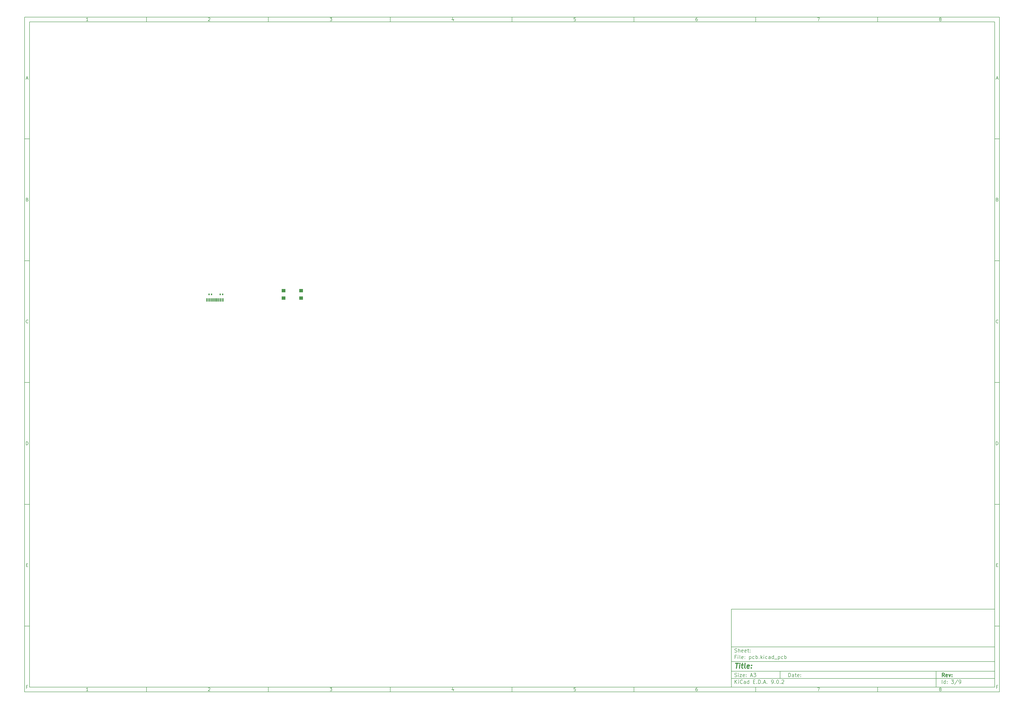
<source format=gbr>
%TF.GenerationSoftware,KiCad,Pcbnew,9.0.2*%
%TF.CreationDate,2025-06-22T01:03:44-04:00*%
%TF.ProjectId,pcb,7063622e-6b69-4636-9164-5f7063625858,rev?*%
%TF.SameCoordinates,Original*%
%TF.FileFunction,Paste,Top*%
%TF.FilePolarity,Positive*%
%FSLAX46Y46*%
G04 Gerber Fmt 4.6, Leading zero omitted, Abs format (unit mm)*
G04 Created by KiCad (PCBNEW 9.0.2) date 2025-06-22 01:03:44*
%MOMM*%
%LPD*%
G01*
G04 APERTURE LIST*
G04 Aperture macros list*
%AMRoundRect*
0 Rectangle with rounded corners*
0 $1 Rounding radius*
0 $2 $3 $4 $5 $6 $7 $8 $9 X,Y pos of 4 corners*
0 Add a 4 corners polygon primitive as box body*
4,1,4,$2,$3,$4,$5,$6,$7,$8,$9,$2,$3,0*
0 Add four circle primitives for the rounded corners*
1,1,$1+$1,$2,$3*
1,1,$1+$1,$4,$5*
1,1,$1+$1,$6,$7*
1,1,$1+$1,$8,$9*
0 Add four rect primitives between the rounded corners*
20,1,$1+$1,$2,$3,$4,$5,0*
20,1,$1+$1,$4,$5,$6,$7,0*
20,1,$1+$1,$6,$7,$8,$9,0*
20,1,$1+$1,$8,$9,$2,$3,0*%
G04 Aperture macros list end*
%ADD10C,0.100000*%
%ADD11C,0.150000*%
%ADD12C,0.300000*%
%ADD13C,0.400000*%
%ADD14R,1.600000X1.400000*%
%ADD15RoundRect,0.135000X-0.135000X-0.185000X0.135000X-0.185000X0.135000X0.185000X-0.135000X0.185000X0*%
%ADD16RoundRect,0.135000X0.135000X0.185000X-0.135000X0.185000X-0.135000X-0.185000X0.135000X-0.185000X0*%
%ADD17R,0.600000X1.450000*%
%ADD18R,0.300000X1.450000*%
G04 APERTURE END LIST*
D10*
D11*
X299989000Y-253002200D02*
X407989000Y-253002200D01*
X407989000Y-285002200D01*
X299989000Y-285002200D01*
X299989000Y-253002200D01*
D10*
D11*
X10000000Y-10000000D02*
X409989000Y-10000000D01*
X409989000Y-287002200D01*
X10000000Y-287002200D01*
X10000000Y-10000000D01*
D10*
D11*
X12000000Y-12000000D02*
X407989000Y-12000000D01*
X407989000Y-285002200D01*
X12000000Y-285002200D01*
X12000000Y-12000000D01*
D10*
D11*
X60000000Y-12000000D02*
X60000000Y-10000000D01*
D10*
D11*
X110000000Y-12000000D02*
X110000000Y-10000000D01*
D10*
D11*
X160000000Y-12000000D02*
X160000000Y-10000000D01*
D10*
D11*
X210000000Y-12000000D02*
X210000000Y-10000000D01*
D10*
D11*
X260000000Y-12000000D02*
X260000000Y-10000000D01*
D10*
D11*
X310000000Y-12000000D02*
X310000000Y-10000000D01*
D10*
D11*
X360000000Y-12000000D02*
X360000000Y-10000000D01*
D10*
D11*
X36089160Y-11593604D02*
X35346303Y-11593604D01*
X35717731Y-11593604D02*
X35717731Y-10293604D01*
X35717731Y-10293604D02*
X35593922Y-10479319D01*
X35593922Y-10479319D02*
X35470112Y-10603128D01*
X35470112Y-10603128D02*
X35346303Y-10665033D01*
D10*
D11*
X85346303Y-10417414D02*
X85408207Y-10355509D01*
X85408207Y-10355509D02*
X85532017Y-10293604D01*
X85532017Y-10293604D02*
X85841541Y-10293604D01*
X85841541Y-10293604D02*
X85965350Y-10355509D01*
X85965350Y-10355509D02*
X86027255Y-10417414D01*
X86027255Y-10417414D02*
X86089160Y-10541223D01*
X86089160Y-10541223D02*
X86089160Y-10665033D01*
X86089160Y-10665033D02*
X86027255Y-10850747D01*
X86027255Y-10850747D02*
X85284398Y-11593604D01*
X85284398Y-11593604D02*
X86089160Y-11593604D01*
D10*
D11*
X135284398Y-10293604D02*
X136089160Y-10293604D01*
X136089160Y-10293604D02*
X135655826Y-10788842D01*
X135655826Y-10788842D02*
X135841541Y-10788842D01*
X135841541Y-10788842D02*
X135965350Y-10850747D01*
X135965350Y-10850747D02*
X136027255Y-10912652D01*
X136027255Y-10912652D02*
X136089160Y-11036461D01*
X136089160Y-11036461D02*
X136089160Y-11345985D01*
X136089160Y-11345985D02*
X136027255Y-11469795D01*
X136027255Y-11469795D02*
X135965350Y-11531700D01*
X135965350Y-11531700D02*
X135841541Y-11593604D01*
X135841541Y-11593604D02*
X135470112Y-11593604D01*
X135470112Y-11593604D02*
X135346303Y-11531700D01*
X135346303Y-11531700D02*
X135284398Y-11469795D01*
D10*
D11*
X185965350Y-10726938D02*
X185965350Y-11593604D01*
X185655826Y-10231700D02*
X185346303Y-11160271D01*
X185346303Y-11160271D02*
X186151064Y-11160271D01*
D10*
D11*
X236027255Y-10293604D02*
X235408207Y-10293604D01*
X235408207Y-10293604D02*
X235346303Y-10912652D01*
X235346303Y-10912652D02*
X235408207Y-10850747D01*
X235408207Y-10850747D02*
X235532017Y-10788842D01*
X235532017Y-10788842D02*
X235841541Y-10788842D01*
X235841541Y-10788842D02*
X235965350Y-10850747D01*
X235965350Y-10850747D02*
X236027255Y-10912652D01*
X236027255Y-10912652D02*
X236089160Y-11036461D01*
X236089160Y-11036461D02*
X236089160Y-11345985D01*
X236089160Y-11345985D02*
X236027255Y-11469795D01*
X236027255Y-11469795D02*
X235965350Y-11531700D01*
X235965350Y-11531700D02*
X235841541Y-11593604D01*
X235841541Y-11593604D02*
X235532017Y-11593604D01*
X235532017Y-11593604D02*
X235408207Y-11531700D01*
X235408207Y-11531700D02*
X235346303Y-11469795D01*
D10*
D11*
X285965350Y-10293604D02*
X285717731Y-10293604D01*
X285717731Y-10293604D02*
X285593922Y-10355509D01*
X285593922Y-10355509D02*
X285532017Y-10417414D01*
X285532017Y-10417414D02*
X285408207Y-10603128D01*
X285408207Y-10603128D02*
X285346303Y-10850747D01*
X285346303Y-10850747D02*
X285346303Y-11345985D01*
X285346303Y-11345985D02*
X285408207Y-11469795D01*
X285408207Y-11469795D02*
X285470112Y-11531700D01*
X285470112Y-11531700D02*
X285593922Y-11593604D01*
X285593922Y-11593604D02*
X285841541Y-11593604D01*
X285841541Y-11593604D02*
X285965350Y-11531700D01*
X285965350Y-11531700D02*
X286027255Y-11469795D01*
X286027255Y-11469795D02*
X286089160Y-11345985D01*
X286089160Y-11345985D02*
X286089160Y-11036461D01*
X286089160Y-11036461D02*
X286027255Y-10912652D01*
X286027255Y-10912652D02*
X285965350Y-10850747D01*
X285965350Y-10850747D02*
X285841541Y-10788842D01*
X285841541Y-10788842D02*
X285593922Y-10788842D01*
X285593922Y-10788842D02*
X285470112Y-10850747D01*
X285470112Y-10850747D02*
X285408207Y-10912652D01*
X285408207Y-10912652D02*
X285346303Y-11036461D01*
D10*
D11*
X335284398Y-10293604D02*
X336151064Y-10293604D01*
X336151064Y-10293604D02*
X335593922Y-11593604D01*
D10*
D11*
X385593922Y-10850747D02*
X385470112Y-10788842D01*
X385470112Y-10788842D02*
X385408207Y-10726938D01*
X385408207Y-10726938D02*
X385346303Y-10603128D01*
X385346303Y-10603128D02*
X385346303Y-10541223D01*
X385346303Y-10541223D02*
X385408207Y-10417414D01*
X385408207Y-10417414D02*
X385470112Y-10355509D01*
X385470112Y-10355509D02*
X385593922Y-10293604D01*
X385593922Y-10293604D02*
X385841541Y-10293604D01*
X385841541Y-10293604D02*
X385965350Y-10355509D01*
X385965350Y-10355509D02*
X386027255Y-10417414D01*
X386027255Y-10417414D02*
X386089160Y-10541223D01*
X386089160Y-10541223D02*
X386089160Y-10603128D01*
X386089160Y-10603128D02*
X386027255Y-10726938D01*
X386027255Y-10726938D02*
X385965350Y-10788842D01*
X385965350Y-10788842D02*
X385841541Y-10850747D01*
X385841541Y-10850747D02*
X385593922Y-10850747D01*
X385593922Y-10850747D02*
X385470112Y-10912652D01*
X385470112Y-10912652D02*
X385408207Y-10974557D01*
X385408207Y-10974557D02*
X385346303Y-11098366D01*
X385346303Y-11098366D02*
X385346303Y-11345985D01*
X385346303Y-11345985D02*
X385408207Y-11469795D01*
X385408207Y-11469795D02*
X385470112Y-11531700D01*
X385470112Y-11531700D02*
X385593922Y-11593604D01*
X385593922Y-11593604D02*
X385841541Y-11593604D01*
X385841541Y-11593604D02*
X385965350Y-11531700D01*
X385965350Y-11531700D02*
X386027255Y-11469795D01*
X386027255Y-11469795D02*
X386089160Y-11345985D01*
X386089160Y-11345985D02*
X386089160Y-11098366D01*
X386089160Y-11098366D02*
X386027255Y-10974557D01*
X386027255Y-10974557D02*
X385965350Y-10912652D01*
X385965350Y-10912652D02*
X385841541Y-10850747D01*
D10*
D11*
X60000000Y-285002200D02*
X60000000Y-287002200D01*
D10*
D11*
X110000000Y-285002200D02*
X110000000Y-287002200D01*
D10*
D11*
X160000000Y-285002200D02*
X160000000Y-287002200D01*
D10*
D11*
X210000000Y-285002200D02*
X210000000Y-287002200D01*
D10*
D11*
X260000000Y-285002200D02*
X260000000Y-287002200D01*
D10*
D11*
X310000000Y-285002200D02*
X310000000Y-287002200D01*
D10*
D11*
X360000000Y-285002200D02*
X360000000Y-287002200D01*
D10*
D11*
X36089160Y-286595804D02*
X35346303Y-286595804D01*
X35717731Y-286595804D02*
X35717731Y-285295804D01*
X35717731Y-285295804D02*
X35593922Y-285481519D01*
X35593922Y-285481519D02*
X35470112Y-285605328D01*
X35470112Y-285605328D02*
X35346303Y-285667233D01*
D10*
D11*
X85346303Y-285419614D02*
X85408207Y-285357709D01*
X85408207Y-285357709D02*
X85532017Y-285295804D01*
X85532017Y-285295804D02*
X85841541Y-285295804D01*
X85841541Y-285295804D02*
X85965350Y-285357709D01*
X85965350Y-285357709D02*
X86027255Y-285419614D01*
X86027255Y-285419614D02*
X86089160Y-285543423D01*
X86089160Y-285543423D02*
X86089160Y-285667233D01*
X86089160Y-285667233D02*
X86027255Y-285852947D01*
X86027255Y-285852947D02*
X85284398Y-286595804D01*
X85284398Y-286595804D02*
X86089160Y-286595804D01*
D10*
D11*
X135284398Y-285295804D02*
X136089160Y-285295804D01*
X136089160Y-285295804D02*
X135655826Y-285791042D01*
X135655826Y-285791042D02*
X135841541Y-285791042D01*
X135841541Y-285791042D02*
X135965350Y-285852947D01*
X135965350Y-285852947D02*
X136027255Y-285914852D01*
X136027255Y-285914852D02*
X136089160Y-286038661D01*
X136089160Y-286038661D02*
X136089160Y-286348185D01*
X136089160Y-286348185D02*
X136027255Y-286471995D01*
X136027255Y-286471995D02*
X135965350Y-286533900D01*
X135965350Y-286533900D02*
X135841541Y-286595804D01*
X135841541Y-286595804D02*
X135470112Y-286595804D01*
X135470112Y-286595804D02*
X135346303Y-286533900D01*
X135346303Y-286533900D02*
X135284398Y-286471995D01*
D10*
D11*
X185965350Y-285729138D02*
X185965350Y-286595804D01*
X185655826Y-285233900D02*
X185346303Y-286162471D01*
X185346303Y-286162471D02*
X186151064Y-286162471D01*
D10*
D11*
X236027255Y-285295804D02*
X235408207Y-285295804D01*
X235408207Y-285295804D02*
X235346303Y-285914852D01*
X235346303Y-285914852D02*
X235408207Y-285852947D01*
X235408207Y-285852947D02*
X235532017Y-285791042D01*
X235532017Y-285791042D02*
X235841541Y-285791042D01*
X235841541Y-285791042D02*
X235965350Y-285852947D01*
X235965350Y-285852947D02*
X236027255Y-285914852D01*
X236027255Y-285914852D02*
X236089160Y-286038661D01*
X236089160Y-286038661D02*
X236089160Y-286348185D01*
X236089160Y-286348185D02*
X236027255Y-286471995D01*
X236027255Y-286471995D02*
X235965350Y-286533900D01*
X235965350Y-286533900D02*
X235841541Y-286595804D01*
X235841541Y-286595804D02*
X235532017Y-286595804D01*
X235532017Y-286595804D02*
X235408207Y-286533900D01*
X235408207Y-286533900D02*
X235346303Y-286471995D01*
D10*
D11*
X285965350Y-285295804D02*
X285717731Y-285295804D01*
X285717731Y-285295804D02*
X285593922Y-285357709D01*
X285593922Y-285357709D02*
X285532017Y-285419614D01*
X285532017Y-285419614D02*
X285408207Y-285605328D01*
X285408207Y-285605328D02*
X285346303Y-285852947D01*
X285346303Y-285852947D02*
X285346303Y-286348185D01*
X285346303Y-286348185D02*
X285408207Y-286471995D01*
X285408207Y-286471995D02*
X285470112Y-286533900D01*
X285470112Y-286533900D02*
X285593922Y-286595804D01*
X285593922Y-286595804D02*
X285841541Y-286595804D01*
X285841541Y-286595804D02*
X285965350Y-286533900D01*
X285965350Y-286533900D02*
X286027255Y-286471995D01*
X286027255Y-286471995D02*
X286089160Y-286348185D01*
X286089160Y-286348185D02*
X286089160Y-286038661D01*
X286089160Y-286038661D02*
X286027255Y-285914852D01*
X286027255Y-285914852D02*
X285965350Y-285852947D01*
X285965350Y-285852947D02*
X285841541Y-285791042D01*
X285841541Y-285791042D02*
X285593922Y-285791042D01*
X285593922Y-285791042D02*
X285470112Y-285852947D01*
X285470112Y-285852947D02*
X285408207Y-285914852D01*
X285408207Y-285914852D02*
X285346303Y-286038661D01*
D10*
D11*
X335284398Y-285295804D02*
X336151064Y-285295804D01*
X336151064Y-285295804D02*
X335593922Y-286595804D01*
D10*
D11*
X385593922Y-285852947D02*
X385470112Y-285791042D01*
X385470112Y-285791042D02*
X385408207Y-285729138D01*
X385408207Y-285729138D02*
X385346303Y-285605328D01*
X385346303Y-285605328D02*
X385346303Y-285543423D01*
X385346303Y-285543423D02*
X385408207Y-285419614D01*
X385408207Y-285419614D02*
X385470112Y-285357709D01*
X385470112Y-285357709D02*
X385593922Y-285295804D01*
X385593922Y-285295804D02*
X385841541Y-285295804D01*
X385841541Y-285295804D02*
X385965350Y-285357709D01*
X385965350Y-285357709D02*
X386027255Y-285419614D01*
X386027255Y-285419614D02*
X386089160Y-285543423D01*
X386089160Y-285543423D02*
X386089160Y-285605328D01*
X386089160Y-285605328D02*
X386027255Y-285729138D01*
X386027255Y-285729138D02*
X385965350Y-285791042D01*
X385965350Y-285791042D02*
X385841541Y-285852947D01*
X385841541Y-285852947D02*
X385593922Y-285852947D01*
X385593922Y-285852947D02*
X385470112Y-285914852D01*
X385470112Y-285914852D02*
X385408207Y-285976757D01*
X385408207Y-285976757D02*
X385346303Y-286100566D01*
X385346303Y-286100566D02*
X385346303Y-286348185D01*
X385346303Y-286348185D02*
X385408207Y-286471995D01*
X385408207Y-286471995D02*
X385470112Y-286533900D01*
X385470112Y-286533900D02*
X385593922Y-286595804D01*
X385593922Y-286595804D02*
X385841541Y-286595804D01*
X385841541Y-286595804D02*
X385965350Y-286533900D01*
X385965350Y-286533900D02*
X386027255Y-286471995D01*
X386027255Y-286471995D02*
X386089160Y-286348185D01*
X386089160Y-286348185D02*
X386089160Y-286100566D01*
X386089160Y-286100566D02*
X386027255Y-285976757D01*
X386027255Y-285976757D02*
X385965350Y-285914852D01*
X385965350Y-285914852D02*
X385841541Y-285852947D01*
D10*
D11*
X10000000Y-60000000D02*
X12000000Y-60000000D01*
D10*
D11*
X10000000Y-110000000D02*
X12000000Y-110000000D01*
D10*
D11*
X10000000Y-160000000D02*
X12000000Y-160000000D01*
D10*
D11*
X10000000Y-210000000D02*
X12000000Y-210000000D01*
D10*
D11*
X10000000Y-260000000D02*
X12000000Y-260000000D01*
D10*
D11*
X10690476Y-35222176D02*
X11309523Y-35222176D01*
X10566666Y-35593604D02*
X10999999Y-34293604D01*
X10999999Y-34293604D02*
X11433333Y-35593604D01*
D10*
D11*
X11092857Y-84912652D02*
X11278571Y-84974557D01*
X11278571Y-84974557D02*
X11340476Y-85036461D01*
X11340476Y-85036461D02*
X11402380Y-85160271D01*
X11402380Y-85160271D02*
X11402380Y-85345985D01*
X11402380Y-85345985D02*
X11340476Y-85469795D01*
X11340476Y-85469795D02*
X11278571Y-85531700D01*
X11278571Y-85531700D02*
X11154761Y-85593604D01*
X11154761Y-85593604D02*
X10659523Y-85593604D01*
X10659523Y-85593604D02*
X10659523Y-84293604D01*
X10659523Y-84293604D02*
X11092857Y-84293604D01*
X11092857Y-84293604D02*
X11216666Y-84355509D01*
X11216666Y-84355509D02*
X11278571Y-84417414D01*
X11278571Y-84417414D02*
X11340476Y-84541223D01*
X11340476Y-84541223D02*
X11340476Y-84665033D01*
X11340476Y-84665033D02*
X11278571Y-84788842D01*
X11278571Y-84788842D02*
X11216666Y-84850747D01*
X11216666Y-84850747D02*
X11092857Y-84912652D01*
X11092857Y-84912652D02*
X10659523Y-84912652D01*
D10*
D11*
X11402380Y-135469795D02*
X11340476Y-135531700D01*
X11340476Y-135531700D02*
X11154761Y-135593604D01*
X11154761Y-135593604D02*
X11030952Y-135593604D01*
X11030952Y-135593604D02*
X10845238Y-135531700D01*
X10845238Y-135531700D02*
X10721428Y-135407890D01*
X10721428Y-135407890D02*
X10659523Y-135284080D01*
X10659523Y-135284080D02*
X10597619Y-135036461D01*
X10597619Y-135036461D02*
X10597619Y-134850747D01*
X10597619Y-134850747D02*
X10659523Y-134603128D01*
X10659523Y-134603128D02*
X10721428Y-134479319D01*
X10721428Y-134479319D02*
X10845238Y-134355509D01*
X10845238Y-134355509D02*
X11030952Y-134293604D01*
X11030952Y-134293604D02*
X11154761Y-134293604D01*
X11154761Y-134293604D02*
X11340476Y-134355509D01*
X11340476Y-134355509D02*
X11402380Y-134417414D01*
D10*
D11*
X10659523Y-185593604D02*
X10659523Y-184293604D01*
X10659523Y-184293604D02*
X10969047Y-184293604D01*
X10969047Y-184293604D02*
X11154761Y-184355509D01*
X11154761Y-184355509D02*
X11278571Y-184479319D01*
X11278571Y-184479319D02*
X11340476Y-184603128D01*
X11340476Y-184603128D02*
X11402380Y-184850747D01*
X11402380Y-184850747D02*
X11402380Y-185036461D01*
X11402380Y-185036461D02*
X11340476Y-185284080D01*
X11340476Y-185284080D02*
X11278571Y-185407890D01*
X11278571Y-185407890D02*
X11154761Y-185531700D01*
X11154761Y-185531700D02*
X10969047Y-185593604D01*
X10969047Y-185593604D02*
X10659523Y-185593604D01*
D10*
D11*
X10721428Y-234912652D02*
X11154762Y-234912652D01*
X11340476Y-235593604D02*
X10721428Y-235593604D01*
X10721428Y-235593604D02*
X10721428Y-234293604D01*
X10721428Y-234293604D02*
X11340476Y-234293604D01*
D10*
D11*
X11185714Y-284912652D02*
X10752380Y-284912652D01*
X10752380Y-285593604D02*
X10752380Y-284293604D01*
X10752380Y-284293604D02*
X11371428Y-284293604D01*
D10*
D11*
X409989000Y-60000000D02*
X407989000Y-60000000D01*
D10*
D11*
X409989000Y-110000000D02*
X407989000Y-110000000D01*
D10*
D11*
X409989000Y-160000000D02*
X407989000Y-160000000D01*
D10*
D11*
X409989000Y-210000000D02*
X407989000Y-210000000D01*
D10*
D11*
X409989000Y-260000000D02*
X407989000Y-260000000D01*
D10*
D11*
X408679476Y-35222176D02*
X409298523Y-35222176D01*
X408555666Y-35593604D02*
X408988999Y-34293604D01*
X408988999Y-34293604D02*
X409422333Y-35593604D01*
D10*
D11*
X409081857Y-84912652D02*
X409267571Y-84974557D01*
X409267571Y-84974557D02*
X409329476Y-85036461D01*
X409329476Y-85036461D02*
X409391380Y-85160271D01*
X409391380Y-85160271D02*
X409391380Y-85345985D01*
X409391380Y-85345985D02*
X409329476Y-85469795D01*
X409329476Y-85469795D02*
X409267571Y-85531700D01*
X409267571Y-85531700D02*
X409143761Y-85593604D01*
X409143761Y-85593604D02*
X408648523Y-85593604D01*
X408648523Y-85593604D02*
X408648523Y-84293604D01*
X408648523Y-84293604D02*
X409081857Y-84293604D01*
X409081857Y-84293604D02*
X409205666Y-84355509D01*
X409205666Y-84355509D02*
X409267571Y-84417414D01*
X409267571Y-84417414D02*
X409329476Y-84541223D01*
X409329476Y-84541223D02*
X409329476Y-84665033D01*
X409329476Y-84665033D02*
X409267571Y-84788842D01*
X409267571Y-84788842D02*
X409205666Y-84850747D01*
X409205666Y-84850747D02*
X409081857Y-84912652D01*
X409081857Y-84912652D02*
X408648523Y-84912652D01*
D10*
D11*
X409391380Y-135469795D02*
X409329476Y-135531700D01*
X409329476Y-135531700D02*
X409143761Y-135593604D01*
X409143761Y-135593604D02*
X409019952Y-135593604D01*
X409019952Y-135593604D02*
X408834238Y-135531700D01*
X408834238Y-135531700D02*
X408710428Y-135407890D01*
X408710428Y-135407890D02*
X408648523Y-135284080D01*
X408648523Y-135284080D02*
X408586619Y-135036461D01*
X408586619Y-135036461D02*
X408586619Y-134850747D01*
X408586619Y-134850747D02*
X408648523Y-134603128D01*
X408648523Y-134603128D02*
X408710428Y-134479319D01*
X408710428Y-134479319D02*
X408834238Y-134355509D01*
X408834238Y-134355509D02*
X409019952Y-134293604D01*
X409019952Y-134293604D02*
X409143761Y-134293604D01*
X409143761Y-134293604D02*
X409329476Y-134355509D01*
X409329476Y-134355509D02*
X409391380Y-134417414D01*
D10*
D11*
X408648523Y-185593604D02*
X408648523Y-184293604D01*
X408648523Y-184293604D02*
X408958047Y-184293604D01*
X408958047Y-184293604D02*
X409143761Y-184355509D01*
X409143761Y-184355509D02*
X409267571Y-184479319D01*
X409267571Y-184479319D02*
X409329476Y-184603128D01*
X409329476Y-184603128D02*
X409391380Y-184850747D01*
X409391380Y-184850747D02*
X409391380Y-185036461D01*
X409391380Y-185036461D02*
X409329476Y-185284080D01*
X409329476Y-185284080D02*
X409267571Y-185407890D01*
X409267571Y-185407890D02*
X409143761Y-185531700D01*
X409143761Y-185531700D02*
X408958047Y-185593604D01*
X408958047Y-185593604D02*
X408648523Y-185593604D01*
D10*
D11*
X408710428Y-234912652D02*
X409143762Y-234912652D01*
X409329476Y-235593604D02*
X408710428Y-235593604D01*
X408710428Y-235593604D02*
X408710428Y-234293604D01*
X408710428Y-234293604D02*
X409329476Y-234293604D01*
D10*
D11*
X409174714Y-284912652D02*
X408741380Y-284912652D01*
X408741380Y-285593604D02*
X408741380Y-284293604D01*
X408741380Y-284293604D02*
X409360428Y-284293604D01*
D10*
D11*
X323444826Y-280788328D02*
X323444826Y-279288328D01*
X323444826Y-279288328D02*
X323801969Y-279288328D01*
X323801969Y-279288328D02*
X324016255Y-279359757D01*
X324016255Y-279359757D02*
X324159112Y-279502614D01*
X324159112Y-279502614D02*
X324230541Y-279645471D01*
X324230541Y-279645471D02*
X324301969Y-279931185D01*
X324301969Y-279931185D02*
X324301969Y-280145471D01*
X324301969Y-280145471D02*
X324230541Y-280431185D01*
X324230541Y-280431185D02*
X324159112Y-280574042D01*
X324159112Y-280574042D02*
X324016255Y-280716900D01*
X324016255Y-280716900D02*
X323801969Y-280788328D01*
X323801969Y-280788328D02*
X323444826Y-280788328D01*
X325587684Y-280788328D02*
X325587684Y-280002614D01*
X325587684Y-280002614D02*
X325516255Y-279859757D01*
X325516255Y-279859757D02*
X325373398Y-279788328D01*
X325373398Y-279788328D02*
X325087684Y-279788328D01*
X325087684Y-279788328D02*
X324944826Y-279859757D01*
X325587684Y-280716900D02*
X325444826Y-280788328D01*
X325444826Y-280788328D02*
X325087684Y-280788328D01*
X325087684Y-280788328D02*
X324944826Y-280716900D01*
X324944826Y-280716900D02*
X324873398Y-280574042D01*
X324873398Y-280574042D02*
X324873398Y-280431185D01*
X324873398Y-280431185D02*
X324944826Y-280288328D01*
X324944826Y-280288328D02*
X325087684Y-280216900D01*
X325087684Y-280216900D02*
X325444826Y-280216900D01*
X325444826Y-280216900D02*
X325587684Y-280145471D01*
X326087684Y-279788328D02*
X326659112Y-279788328D01*
X326301969Y-279288328D02*
X326301969Y-280574042D01*
X326301969Y-280574042D02*
X326373398Y-280716900D01*
X326373398Y-280716900D02*
X326516255Y-280788328D01*
X326516255Y-280788328D02*
X326659112Y-280788328D01*
X327730541Y-280716900D02*
X327587684Y-280788328D01*
X327587684Y-280788328D02*
X327301970Y-280788328D01*
X327301970Y-280788328D02*
X327159112Y-280716900D01*
X327159112Y-280716900D02*
X327087684Y-280574042D01*
X327087684Y-280574042D02*
X327087684Y-280002614D01*
X327087684Y-280002614D02*
X327159112Y-279859757D01*
X327159112Y-279859757D02*
X327301970Y-279788328D01*
X327301970Y-279788328D02*
X327587684Y-279788328D01*
X327587684Y-279788328D02*
X327730541Y-279859757D01*
X327730541Y-279859757D02*
X327801970Y-280002614D01*
X327801970Y-280002614D02*
X327801970Y-280145471D01*
X327801970Y-280145471D02*
X327087684Y-280288328D01*
X328444826Y-280645471D02*
X328516255Y-280716900D01*
X328516255Y-280716900D02*
X328444826Y-280788328D01*
X328444826Y-280788328D02*
X328373398Y-280716900D01*
X328373398Y-280716900D02*
X328444826Y-280645471D01*
X328444826Y-280645471D02*
X328444826Y-280788328D01*
X328444826Y-279859757D02*
X328516255Y-279931185D01*
X328516255Y-279931185D02*
X328444826Y-280002614D01*
X328444826Y-280002614D02*
X328373398Y-279931185D01*
X328373398Y-279931185D02*
X328444826Y-279859757D01*
X328444826Y-279859757D02*
X328444826Y-280002614D01*
D10*
D11*
X299989000Y-281502200D02*
X407989000Y-281502200D01*
D10*
D11*
X301444826Y-283588328D02*
X301444826Y-282088328D01*
X302301969Y-283588328D02*
X301659112Y-282731185D01*
X302301969Y-282088328D02*
X301444826Y-282945471D01*
X302944826Y-283588328D02*
X302944826Y-282588328D01*
X302944826Y-282088328D02*
X302873398Y-282159757D01*
X302873398Y-282159757D02*
X302944826Y-282231185D01*
X302944826Y-282231185D02*
X303016255Y-282159757D01*
X303016255Y-282159757D02*
X302944826Y-282088328D01*
X302944826Y-282088328D02*
X302944826Y-282231185D01*
X304516255Y-283445471D02*
X304444827Y-283516900D01*
X304444827Y-283516900D02*
X304230541Y-283588328D01*
X304230541Y-283588328D02*
X304087684Y-283588328D01*
X304087684Y-283588328D02*
X303873398Y-283516900D01*
X303873398Y-283516900D02*
X303730541Y-283374042D01*
X303730541Y-283374042D02*
X303659112Y-283231185D01*
X303659112Y-283231185D02*
X303587684Y-282945471D01*
X303587684Y-282945471D02*
X303587684Y-282731185D01*
X303587684Y-282731185D02*
X303659112Y-282445471D01*
X303659112Y-282445471D02*
X303730541Y-282302614D01*
X303730541Y-282302614D02*
X303873398Y-282159757D01*
X303873398Y-282159757D02*
X304087684Y-282088328D01*
X304087684Y-282088328D02*
X304230541Y-282088328D01*
X304230541Y-282088328D02*
X304444827Y-282159757D01*
X304444827Y-282159757D02*
X304516255Y-282231185D01*
X305801970Y-283588328D02*
X305801970Y-282802614D01*
X305801970Y-282802614D02*
X305730541Y-282659757D01*
X305730541Y-282659757D02*
X305587684Y-282588328D01*
X305587684Y-282588328D02*
X305301970Y-282588328D01*
X305301970Y-282588328D02*
X305159112Y-282659757D01*
X305801970Y-283516900D02*
X305659112Y-283588328D01*
X305659112Y-283588328D02*
X305301970Y-283588328D01*
X305301970Y-283588328D02*
X305159112Y-283516900D01*
X305159112Y-283516900D02*
X305087684Y-283374042D01*
X305087684Y-283374042D02*
X305087684Y-283231185D01*
X305087684Y-283231185D02*
X305159112Y-283088328D01*
X305159112Y-283088328D02*
X305301970Y-283016900D01*
X305301970Y-283016900D02*
X305659112Y-283016900D01*
X305659112Y-283016900D02*
X305801970Y-282945471D01*
X307159113Y-283588328D02*
X307159113Y-282088328D01*
X307159113Y-283516900D02*
X307016255Y-283588328D01*
X307016255Y-283588328D02*
X306730541Y-283588328D01*
X306730541Y-283588328D02*
X306587684Y-283516900D01*
X306587684Y-283516900D02*
X306516255Y-283445471D01*
X306516255Y-283445471D02*
X306444827Y-283302614D01*
X306444827Y-283302614D02*
X306444827Y-282874042D01*
X306444827Y-282874042D02*
X306516255Y-282731185D01*
X306516255Y-282731185D02*
X306587684Y-282659757D01*
X306587684Y-282659757D02*
X306730541Y-282588328D01*
X306730541Y-282588328D02*
X307016255Y-282588328D01*
X307016255Y-282588328D02*
X307159113Y-282659757D01*
X309016255Y-282802614D02*
X309516255Y-282802614D01*
X309730541Y-283588328D02*
X309016255Y-283588328D01*
X309016255Y-283588328D02*
X309016255Y-282088328D01*
X309016255Y-282088328D02*
X309730541Y-282088328D01*
X310373398Y-283445471D02*
X310444827Y-283516900D01*
X310444827Y-283516900D02*
X310373398Y-283588328D01*
X310373398Y-283588328D02*
X310301970Y-283516900D01*
X310301970Y-283516900D02*
X310373398Y-283445471D01*
X310373398Y-283445471D02*
X310373398Y-283588328D01*
X311087684Y-283588328D02*
X311087684Y-282088328D01*
X311087684Y-282088328D02*
X311444827Y-282088328D01*
X311444827Y-282088328D02*
X311659113Y-282159757D01*
X311659113Y-282159757D02*
X311801970Y-282302614D01*
X311801970Y-282302614D02*
X311873399Y-282445471D01*
X311873399Y-282445471D02*
X311944827Y-282731185D01*
X311944827Y-282731185D02*
X311944827Y-282945471D01*
X311944827Y-282945471D02*
X311873399Y-283231185D01*
X311873399Y-283231185D02*
X311801970Y-283374042D01*
X311801970Y-283374042D02*
X311659113Y-283516900D01*
X311659113Y-283516900D02*
X311444827Y-283588328D01*
X311444827Y-283588328D02*
X311087684Y-283588328D01*
X312587684Y-283445471D02*
X312659113Y-283516900D01*
X312659113Y-283516900D02*
X312587684Y-283588328D01*
X312587684Y-283588328D02*
X312516256Y-283516900D01*
X312516256Y-283516900D02*
X312587684Y-283445471D01*
X312587684Y-283445471D02*
X312587684Y-283588328D01*
X313230542Y-283159757D02*
X313944828Y-283159757D01*
X313087685Y-283588328D02*
X313587685Y-282088328D01*
X313587685Y-282088328D02*
X314087685Y-283588328D01*
X314587684Y-283445471D02*
X314659113Y-283516900D01*
X314659113Y-283516900D02*
X314587684Y-283588328D01*
X314587684Y-283588328D02*
X314516256Y-283516900D01*
X314516256Y-283516900D02*
X314587684Y-283445471D01*
X314587684Y-283445471D02*
X314587684Y-283588328D01*
X316516256Y-283588328D02*
X316801970Y-283588328D01*
X316801970Y-283588328D02*
X316944827Y-283516900D01*
X316944827Y-283516900D02*
X317016256Y-283445471D01*
X317016256Y-283445471D02*
X317159113Y-283231185D01*
X317159113Y-283231185D02*
X317230542Y-282945471D01*
X317230542Y-282945471D02*
X317230542Y-282374042D01*
X317230542Y-282374042D02*
X317159113Y-282231185D01*
X317159113Y-282231185D02*
X317087685Y-282159757D01*
X317087685Y-282159757D02*
X316944827Y-282088328D01*
X316944827Y-282088328D02*
X316659113Y-282088328D01*
X316659113Y-282088328D02*
X316516256Y-282159757D01*
X316516256Y-282159757D02*
X316444827Y-282231185D01*
X316444827Y-282231185D02*
X316373399Y-282374042D01*
X316373399Y-282374042D02*
X316373399Y-282731185D01*
X316373399Y-282731185D02*
X316444827Y-282874042D01*
X316444827Y-282874042D02*
X316516256Y-282945471D01*
X316516256Y-282945471D02*
X316659113Y-283016900D01*
X316659113Y-283016900D02*
X316944827Y-283016900D01*
X316944827Y-283016900D02*
X317087685Y-282945471D01*
X317087685Y-282945471D02*
X317159113Y-282874042D01*
X317159113Y-282874042D02*
X317230542Y-282731185D01*
X317873398Y-283445471D02*
X317944827Y-283516900D01*
X317944827Y-283516900D02*
X317873398Y-283588328D01*
X317873398Y-283588328D02*
X317801970Y-283516900D01*
X317801970Y-283516900D02*
X317873398Y-283445471D01*
X317873398Y-283445471D02*
X317873398Y-283588328D01*
X318873399Y-282088328D02*
X319016256Y-282088328D01*
X319016256Y-282088328D02*
X319159113Y-282159757D01*
X319159113Y-282159757D02*
X319230542Y-282231185D01*
X319230542Y-282231185D02*
X319301970Y-282374042D01*
X319301970Y-282374042D02*
X319373399Y-282659757D01*
X319373399Y-282659757D02*
X319373399Y-283016900D01*
X319373399Y-283016900D02*
X319301970Y-283302614D01*
X319301970Y-283302614D02*
X319230542Y-283445471D01*
X319230542Y-283445471D02*
X319159113Y-283516900D01*
X319159113Y-283516900D02*
X319016256Y-283588328D01*
X319016256Y-283588328D02*
X318873399Y-283588328D01*
X318873399Y-283588328D02*
X318730542Y-283516900D01*
X318730542Y-283516900D02*
X318659113Y-283445471D01*
X318659113Y-283445471D02*
X318587684Y-283302614D01*
X318587684Y-283302614D02*
X318516256Y-283016900D01*
X318516256Y-283016900D02*
X318516256Y-282659757D01*
X318516256Y-282659757D02*
X318587684Y-282374042D01*
X318587684Y-282374042D02*
X318659113Y-282231185D01*
X318659113Y-282231185D02*
X318730542Y-282159757D01*
X318730542Y-282159757D02*
X318873399Y-282088328D01*
X320016255Y-283445471D02*
X320087684Y-283516900D01*
X320087684Y-283516900D02*
X320016255Y-283588328D01*
X320016255Y-283588328D02*
X319944827Y-283516900D01*
X319944827Y-283516900D02*
X320016255Y-283445471D01*
X320016255Y-283445471D02*
X320016255Y-283588328D01*
X320659113Y-282231185D02*
X320730541Y-282159757D01*
X320730541Y-282159757D02*
X320873399Y-282088328D01*
X320873399Y-282088328D02*
X321230541Y-282088328D01*
X321230541Y-282088328D02*
X321373399Y-282159757D01*
X321373399Y-282159757D02*
X321444827Y-282231185D01*
X321444827Y-282231185D02*
X321516256Y-282374042D01*
X321516256Y-282374042D02*
X321516256Y-282516900D01*
X321516256Y-282516900D02*
X321444827Y-282731185D01*
X321444827Y-282731185D02*
X320587684Y-283588328D01*
X320587684Y-283588328D02*
X321516256Y-283588328D01*
D10*
D11*
X299989000Y-278502200D02*
X407989000Y-278502200D01*
D10*
D12*
X387400653Y-280780528D02*
X386900653Y-280066242D01*
X386543510Y-280780528D02*
X386543510Y-279280528D01*
X386543510Y-279280528D02*
X387114939Y-279280528D01*
X387114939Y-279280528D02*
X387257796Y-279351957D01*
X387257796Y-279351957D02*
X387329225Y-279423385D01*
X387329225Y-279423385D02*
X387400653Y-279566242D01*
X387400653Y-279566242D02*
X387400653Y-279780528D01*
X387400653Y-279780528D02*
X387329225Y-279923385D01*
X387329225Y-279923385D02*
X387257796Y-279994814D01*
X387257796Y-279994814D02*
X387114939Y-280066242D01*
X387114939Y-280066242D02*
X386543510Y-280066242D01*
X388614939Y-280709100D02*
X388472082Y-280780528D01*
X388472082Y-280780528D02*
X388186368Y-280780528D01*
X388186368Y-280780528D02*
X388043510Y-280709100D01*
X388043510Y-280709100D02*
X387972082Y-280566242D01*
X387972082Y-280566242D02*
X387972082Y-279994814D01*
X387972082Y-279994814D02*
X388043510Y-279851957D01*
X388043510Y-279851957D02*
X388186368Y-279780528D01*
X388186368Y-279780528D02*
X388472082Y-279780528D01*
X388472082Y-279780528D02*
X388614939Y-279851957D01*
X388614939Y-279851957D02*
X388686368Y-279994814D01*
X388686368Y-279994814D02*
X388686368Y-280137671D01*
X388686368Y-280137671D02*
X387972082Y-280280528D01*
X389186367Y-279780528D02*
X389543510Y-280780528D01*
X389543510Y-280780528D02*
X389900653Y-279780528D01*
X390472081Y-280637671D02*
X390543510Y-280709100D01*
X390543510Y-280709100D02*
X390472081Y-280780528D01*
X390472081Y-280780528D02*
X390400653Y-280709100D01*
X390400653Y-280709100D02*
X390472081Y-280637671D01*
X390472081Y-280637671D02*
X390472081Y-280780528D01*
X390472081Y-279851957D02*
X390543510Y-279923385D01*
X390543510Y-279923385D02*
X390472081Y-279994814D01*
X390472081Y-279994814D02*
X390400653Y-279923385D01*
X390400653Y-279923385D02*
X390472081Y-279851957D01*
X390472081Y-279851957D02*
X390472081Y-279994814D01*
D10*
D11*
X301373398Y-280716900D02*
X301587684Y-280788328D01*
X301587684Y-280788328D02*
X301944826Y-280788328D01*
X301944826Y-280788328D02*
X302087684Y-280716900D01*
X302087684Y-280716900D02*
X302159112Y-280645471D01*
X302159112Y-280645471D02*
X302230541Y-280502614D01*
X302230541Y-280502614D02*
X302230541Y-280359757D01*
X302230541Y-280359757D02*
X302159112Y-280216900D01*
X302159112Y-280216900D02*
X302087684Y-280145471D01*
X302087684Y-280145471D02*
X301944826Y-280074042D01*
X301944826Y-280074042D02*
X301659112Y-280002614D01*
X301659112Y-280002614D02*
X301516255Y-279931185D01*
X301516255Y-279931185D02*
X301444826Y-279859757D01*
X301444826Y-279859757D02*
X301373398Y-279716900D01*
X301373398Y-279716900D02*
X301373398Y-279574042D01*
X301373398Y-279574042D02*
X301444826Y-279431185D01*
X301444826Y-279431185D02*
X301516255Y-279359757D01*
X301516255Y-279359757D02*
X301659112Y-279288328D01*
X301659112Y-279288328D02*
X302016255Y-279288328D01*
X302016255Y-279288328D02*
X302230541Y-279359757D01*
X302873397Y-280788328D02*
X302873397Y-279788328D01*
X302873397Y-279288328D02*
X302801969Y-279359757D01*
X302801969Y-279359757D02*
X302873397Y-279431185D01*
X302873397Y-279431185D02*
X302944826Y-279359757D01*
X302944826Y-279359757D02*
X302873397Y-279288328D01*
X302873397Y-279288328D02*
X302873397Y-279431185D01*
X303444826Y-279788328D02*
X304230541Y-279788328D01*
X304230541Y-279788328D02*
X303444826Y-280788328D01*
X303444826Y-280788328D02*
X304230541Y-280788328D01*
X305373398Y-280716900D02*
X305230541Y-280788328D01*
X305230541Y-280788328D02*
X304944827Y-280788328D01*
X304944827Y-280788328D02*
X304801969Y-280716900D01*
X304801969Y-280716900D02*
X304730541Y-280574042D01*
X304730541Y-280574042D02*
X304730541Y-280002614D01*
X304730541Y-280002614D02*
X304801969Y-279859757D01*
X304801969Y-279859757D02*
X304944827Y-279788328D01*
X304944827Y-279788328D02*
X305230541Y-279788328D01*
X305230541Y-279788328D02*
X305373398Y-279859757D01*
X305373398Y-279859757D02*
X305444827Y-280002614D01*
X305444827Y-280002614D02*
X305444827Y-280145471D01*
X305444827Y-280145471D02*
X304730541Y-280288328D01*
X306087683Y-280645471D02*
X306159112Y-280716900D01*
X306159112Y-280716900D02*
X306087683Y-280788328D01*
X306087683Y-280788328D02*
X306016255Y-280716900D01*
X306016255Y-280716900D02*
X306087683Y-280645471D01*
X306087683Y-280645471D02*
X306087683Y-280788328D01*
X306087683Y-279859757D02*
X306159112Y-279931185D01*
X306159112Y-279931185D02*
X306087683Y-280002614D01*
X306087683Y-280002614D02*
X306016255Y-279931185D01*
X306016255Y-279931185D02*
X306087683Y-279859757D01*
X306087683Y-279859757D02*
X306087683Y-280002614D01*
X307873398Y-280359757D02*
X308587684Y-280359757D01*
X307730541Y-280788328D02*
X308230541Y-279288328D01*
X308230541Y-279288328D02*
X308730541Y-280788328D01*
X309087683Y-279288328D02*
X310016255Y-279288328D01*
X310016255Y-279288328D02*
X309516255Y-279859757D01*
X309516255Y-279859757D02*
X309730540Y-279859757D01*
X309730540Y-279859757D02*
X309873398Y-279931185D01*
X309873398Y-279931185D02*
X309944826Y-280002614D01*
X309944826Y-280002614D02*
X310016255Y-280145471D01*
X310016255Y-280145471D02*
X310016255Y-280502614D01*
X310016255Y-280502614D02*
X309944826Y-280645471D01*
X309944826Y-280645471D02*
X309873398Y-280716900D01*
X309873398Y-280716900D02*
X309730540Y-280788328D01*
X309730540Y-280788328D02*
X309301969Y-280788328D01*
X309301969Y-280788328D02*
X309159112Y-280716900D01*
X309159112Y-280716900D02*
X309087683Y-280645471D01*
D10*
D11*
X386444826Y-283588328D02*
X386444826Y-282088328D01*
X387801970Y-283588328D02*
X387801970Y-282088328D01*
X387801970Y-283516900D02*
X387659112Y-283588328D01*
X387659112Y-283588328D02*
X387373398Y-283588328D01*
X387373398Y-283588328D02*
X387230541Y-283516900D01*
X387230541Y-283516900D02*
X387159112Y-283445471D01*
X387159112Y-283445471D02*
X387087684Y-283302614D01*
X387087684Y-283302614D02*
X387087684Y-282874042D01*
X387087684Y-282874042D02*
X387159112Y-282731185D01*
X387159112Y-282731185D02*
X387230541Y-282659757D01*
X387230541Y-282659757D02*
X387373398Y-282588328D01*
X387373398Y-282588328D02*
X387659112Y-282588328D01*
X387659112Y-282588328D02*
X387801970Y-282659757D01*
X388516255Y-283445471D02*
X388587684Y-283516900D01*
X388587684Y-283516900D02*
X388516255Y-283588328D01*
X388516255Y-283588328D02*
X388444827Y-283516900D01*
X388444827Y-283516900D02*
X388516255Y-283445471D01*
X388516255Y-283445471D02*
X388516255Y-283588328D01*
X388516255Y-282659757D02*
X388587684Y-282731185D01*
X388587684Y-282731185D02*
X388516255Y-282802614D01*
X388516255Y-282802614D02*
X388444827Y-282731185D01*
X388444827Y-282731185D02*
X388516255Y-282659757D01*
X388516255Y-282659757D02*
X388516255Y-282802614D01*
X390230541Y-282088328D02*
X391159113Y-282088328D01*
X391159113Y-282088328D02*
X390659113Y-282659757D01*
X390659113Y-282659757D02*
X390873398Y-282659757D01*
X390873398Y-282659757D02*
X391016256Y-282731185D01*
X391016256Y-282731185D02*
X391087684Y-282802614D01*
X391087684Y-282802614D02*
X391159113Y-282945471D01*
X391159113Y-282945471D02*
X391159113Y-283302614D01*
X391159113Y-283302614D02*
X391087684Y-283445471D01*
X391087684Y-283445471D02*
X391016256Y-283516900D01*
X391016256Y-283516900D02*
X390873398Y-283588328D01*
X390873398Y-283588328D02*
X390444827Y-283588328D01*
X390444827Y-283588328D02*
X390301970Y-283516900D01*
X390301970Y-283516900D02*
X390230541Y-283445471D01*
X392873398Y-282016900D02*
X391587684Y-283945471D01*
X393444827Y-283588328D02*
X393730541Y-283588328D01*
X393730541Y-283588328D02*
X393873398Y-283516900D01*
X393873398Y-283516900D02*
X393944827Y-283445471D01*
X393944827Y-283445471D02*
X394087684Y-283231185D01*
X394087684Y-283231185D02*
X394159113Y-282945471D01*
X394159113Y-282945471D02*
X394159113Y-282374042D01*
X394159113Y-282374042D02*
X394087684Y-282231185D01*
X394087684Y-282231185D02*
X394016256Y-282159757D01*
X394016256Y-282159757D02*
X393873398Y-282088328D01*
X393873398Y-282088328D02*
X393587684Y-282088328D01*
X393587684Y-282088328D02*
X393444827Y-282159757D01*
X393444827Y-282159757D02*
X393373398Y-282231185D01*
X393373398Y-282231185D02*
X393301970Y-282374042D01*
X393301970Y-282374042D02*
X393301970Y-282731185D01*
X393301970Y-282731185D02*
X393373398Y-282874042D01*
X393373398Y-282874042D02*
X393444827Y-282945471D01*
X393444827Y-282945471D02*
X393587684Y-283016900D01*
X393587684Y-283016900D02*
X393873398Y-283016900D01*
X393873398Y-283016900D02*
X394016256Y-282945471D01*
X394016256Y-282945471D02*
X394087684Y-282874042D01*
X394087684Y-282874042D02*
X394159113Y-282731185D01*
D10*
D11*
X299989000Y-274502200D02*
X407989000Y-274502200D01*
D10*
D13*
X301680728Y-275206638D02*
X302823585Y-275206638D01*
X302002157Y-277206638D02*
X302252157Y-275206638D01*
X303240252Y-277206638D02*
X303406919Y-275873304D01*
X303490252Y-275206638D02*
X303383109Y-275301876D01*
X303383109Y-275301876D02*
X303466443Y-275397114D01*
X303466443Y-275397114D02*
X303573586Y-275301876D01*
X303573586Y-275301876D02*
X303490252Y-275206638D01*
X303490252Y-275206638D02*
X303466443Y-275397114D01*
X304073586Y-275873304D02*
X304835490Y-275873304D01*
X304442633Y-275206638D02*
X304228348Y-276920923D01*
X304228348Y-276920923D02*
X304299776Y-277111400D01*
X304299776Y-277111400D02*
X304478348Y-277206638D01*
X304478348Y-277206638D02*
X304668824Y-277206638D01*
X305621205Y-277206638D02*
X305442633Y-277111400D01*
X305442633Y-277111400D02*
X305371205Y-276920923D01*
X305371205Y-276920923D02*
X305585490Y-275206638D01*
X307156919Y-277111400D02*
X306954538Y-277206638D01*
X306954538Y-277206638D02*
X306573585Y-277206638D01*
X306573585Y-277206638D02*
X306395014Y-277111400D01*
X306395014Y-277111400D02*
X306323585Y-276920923D01*
X306323585Y-276920923D02*
X306418824Y-276159019D01*
X306418824Y-276159019D02*
X306537871Y-275968542D01*
X306537871Y-275968542D02*
X306740252Y-275873304D01*
X306740252Y-275873304D02*
X307121204Y-275873304D01*
X307121204Y-275873304D02*
X307299776Y-275968542D01*
X307299776Y-275968542D02*
X307371204Y-276159019D01*
X307371204Y-276159019D02*
X307347395Y-276349495D01*
X307347395Y-276349495D02*
X306371204Y-276539971D01*
X308121205Y-277016161D02*
X308204538Y-277111400D01*
X308204538Y-277111400D02*
X308097395Y-277206638D01*
X308097395Y-277206638D02*
X308014062Y-277111400D01*
X308014062Y-277111400D02*
X308121205Y-277016161D01*
X308121205Y-277016161D02*
X308097395Y-277206638D01*
X308252157Y-275968542D02*
X308335490Y-276063780D01*
X308335490Y-276063780D02*
X308228348Y-276159019D01*
X308228348Y-276159019D02*
X308145014Y-276063780D01*
X308145014Y-276063780D02*
X308252157Y-275968542D01*
X308252157Y-275968542D02*
X308228348Y-276159019D01*
D10*
D11*
X301944826Y-272602614D02*
X301444826Y-272602614D01*
X301444826Y-273388328D02*
X301444826Y-271888328D01*
X301444826Y-271888328D02*
X302159112Y-271888328D01*
X302730540Y-273388328D02*
X302730540Y-272388328D01*
X302730540Y-271888328D02*
X302659112Y-271959757D01*
X302659112Y-271959757D02*
X302730540Y-272031185D01*
X302730540Y-272031185D02*
X302801969Y-271959757D01*
X302801969Y-271959757D02*
X302730540Y-271888328D01*
X302730540Y-271888328D02*
X302730540Y-272031185D01*
X303659112Y-273388328D02*
X303516255Y-273316900D01*
X303516255Y-273316900D02*
X303444826Y-273174042D01*
X303444826Y-273174042D02*
X303444826Y-271888328D01*
X304801969Y-273316900D02*
X304659112Y-273388328D01*
X304659112Y-273388328D02*
X304373398Y-273388328D01*
X304373398Y-273388328D02*
X304230540Y-273316900D01*
X304230540Y-273316900D02*
X304159112Y-273174042D01*
X304159112Y-273174042D02*
X304159112Y-272602614D01*
X304159112Y-272602614D02*
X304230540Y-272459757D01*
X304230540Y-272459757D02*
X304373398Y-272388328D01*
X304373398Y-272388328D02*
X304659112Y-272388328D01*
X304659112Y-272388328D02*
X304801969Y-272459757D01*
X304801969Y-272459757D02*
X304873398Y-272602614D01*
X304873398Y-272602614D02*
X304873398Y-272745471D01*
X304873398Y-272745471D02*
X304159112Y-272888328D01*
X305516254Y-273245471D02*
X305587683Y-273316900D01*
X305587683Y-273316900D02*
X305516254Y-273388328D01*
X305516254Y-273388328D02*
X305444826Y-273316900D01*
X305444826Y-273316900D02*
X305516254Y-273245471D01*
X305516254Y-273245471D02*
X305516254Y-273388328D01*
X305516254Y-272459757D02*
X305587683Y-272531185D01*
X305587683Y-272531185D02*
X305516254Y-272602614D01*
X305516254Y-272602614D02*
X305444826Y-272531185D01*
X305444826Y-272531185D02*
X305516254Y-272459757D01*
X305516254Y-272459757D02*
X305516254Y-272602614D01*
X307373397Y-272388328D02*
X307373397Y-273888328D01*
X307373397Y-272459757D02*
X307516255Y-272388328D01*
X307516255Y-272388328D02*
X307801969Y-272388328D01*
X307801969Y-272388328D02*
X307944826Y-272459757D01*
X307944826Y-272459757D02*
X308016255Y-272531185D01*
X308016255Y-272531185D02*
X308087683Y-272674042D01*
X308087683Y-272674042D02*
X308087683Y-273102614D01*
X308087683Y-273102614D02*
X308016255Y-273245471D01*
X308016255Y-273245471D02*
X307944826Y-273316900D01*
X307944826Y-273316900D02*
X307801969Y-273388328D01*
X307801969Y-273388328D02*
X307516255Y-273388328D01*
X307516255Y-273388328D02*
X307373397Y-273316900D01*
X309373398Y-273316900D02*
X309230540Y-273388328D01*
X309230540Y-273388328D02*
X308944826Y-273388328D01*
X308944826Y-273388328D02*
X308801969Y-273316900D01*
X308801969Y-273316900D02*
X308730540Y-273245471D01*
X308730540Y-273245471D02*
X308659112Y-273102614D01*
X308659112Y-273102614D02*
X308659112Y-272674042D01*
X308659112Y-272674042D02*
X308730540Y-272531185D01*
X308730540Y-272531185D02*
X308801969Y-272459757D01*
X308801969Y-272459757D02*
X308944826Y-272388328D01*
X308944826Y-272388328D02*
X309230540Y-272388328D01*
X309230540Y-272388328D02*
X309373398Y-272459757D01*
X310016254Y-273388328D02*
X310016254Y-271888328D01*
X310016254Y-272459757D02*
X310159112Y-272388328D01*
X310159112Y-272388328D02*
X310444826Y-272388328D01*
X310444826Y-272388328D02*
X310587683Y-272459757D01*
X310587683Y-272459757D02*
X310659112Y-272531185D01*
X310659112Y-272531185D02*
X310730540Y-272674042D01*
X310730540Y-272674042D02*
X310730540Y-273102614D01*
X310730540Y-273102614D02*
X310659112Y-273245471D01*
X310659112Y-273245471D02*
X310587683Y-273316900D01*
X310587683Y-273316900D02*
X310444826Y-273388328D01*
X310444826Y-273388328D02*
X310159112Y-273388328D01*
X310159112Y-273388328D02*
X310016254Y-273316900D01*
X311373397Y-273245471D02*
X311444826Y-273316900D01*
X311444826Y-273316900D02*
X311373397Y-273388328D01*
X311373397Y-273388328D02*
X311301969Y-273316900D01*
X311301969Y-273316900D02*
X311373397Y-273245471D01*
X311373397Y-273245471D02*
X311373397Y-273388328D01*
X312087683Y-273388328D02*
X312087683Y-271888328D01*
X312230541Y-272816900D02*
X312659112Y-273388328D01*
X312659112Y-272388328D02*
X312087683Y-272959757D01*
X313301969Y-273388328D02*
X313301969Y-272388328D01*
X313301969Y-271888328D02*
X313230541Y-271959757D01*
X313230541Y-271959757D02*
X313301969Y-272031185D01*
X313301969Y-272031185D02*
X313373398Y-271959757D01*
X313373398Y-271959757D02*
X313301969Y-271888328D01*
X313301969Y-271888328D02*
X313301969Y-272031185D01*
X314659113Y-273316900D02*
X314516255Y-273388328D01*
X314516255Y-273388328D02*
X314230541Y-273388328D01*
X314230541Y-273388328D02*
X314087684Y-273316900D01*
X314087684Y-273316900D02*
X314016255Y-273245471D01*
X314016255Y-273245471D02*
X313944827Y-273102614D01*
X313944827Y-273102614D02*
X313944827Y-272674042D01*
X313944827Y-272674042D02*
X314016255Y-272531185D01*
X314016255Y-272531185D02*
X314087684Y-272459757D01*
X314087684Y-272459757D02*
X314230541Y-272388328D01*
X314230541Y-272388328D02*
X314516255Y-272388328D01*
X314516255Y-272388328D02*
X314659113Y-272459757D01*
X315944827Y-273388328D02*
X315944827Y-272602614D01*
X315944827Y-272602614D02*
X315873398Y-272459757D01*
X315873398Y-272459757D02*
X315730541Y-272388328D01*
X315730541Y-272388328D02*
X315444827Y-272388328D01*
X315444827Y-272388328D02*
X315301969Y-272459757D01*
X315944827Y-273316900D02*
X315801969Y-273388328D01*
X315801969Y-273388328D02*
X315444827Y-273388328D01*
X315444827Y-273388328D02*
X315301969Y-273316900D01*
X315301969Y-273316900D02*
X315230541Y-273174042D01*
X315230541Y-273174042D02*
X315230541Y-273031185D01*
X315230541Y-273031185D02*
X315301969Y-272888328D01*
X315301969Y-272888328D02*
X315444827Y-272816900D01*
X315444827Y-272816900D02*
X315801969Y-272816900D01*
X315801969Y-272816900D02*
X315944827Y-272745471D01*
X317301970Y-273388328D02*
X317301970Y-271888328D01*
X317301970Y-273316900D02*
X317159112Y-273388328D01*
X317159112Y-273388328D02*
X316873398Y-273388328D01*
X316873398Y-273388328D02*
X316730541Y-273316900D01*
X316730541Y-273316900D02*
X316659112Y-273245471D01*
X316659112Y-273245471D02*
X316587684Y-273102614D01*
X316587684Y-273102614D02*
X316587684Y-272674042D01*
X316587684Y-272674042D02*
X316659112Y-272531185D01*
X316659112Y-272531185D02*
X316730541Y-272459757D01*
X316730541Y-272459757D02*
X316873398Y-272388328D01*
X316873398Y-272388328D02*
X317159112Y-272388328D01*
X317159112Y-272388328D02*
X317301970Y-272459757D01*
X317659113Y-273531185D02*
X318801970Y-273531185D01*
X319159112Y-272388328D02*
X319159112Y-273888328D01*
X319159112Y-272459757D02*
X319301970Y-272388328D01*
X319301970Y-272388328D02*
X319587684Y-272388328D01*
X319587684Y-272388328D02*
X319730541Y-272459757D01*
X319730541Y-272459757D02*
X319801970Y-272531185D01*
X319801970Y-272531185D02*
X319873398Y-272674042D01*
X319873398Y-272674042D02*
X319873398Y-273102614D01*
X319873398Y-273102614D02*
X319801970Y-273245471D01*
X319801970Y-273245471D02*
X319730541Y-273316900D01*
X319730541Y-273316900D02*
X319587684Y-273388328D01*
X319587684Y-273388328D02*
X319301970Y-273388328D01*
X319301970Y-273388328D02*
X319159112Y-273316900D01*
X321159113Y-273316900D02*
X321016255Y-273388328D01*
X321016255Y-273388328D02*
X320730541Y-273388328D01*
X320730541Y-273388328D02*
X320587684Y-273316900D01*
X320587684Y-273316900D02*
X320516255Y-273245471D01*
X320516255Y-273245471D02*
X320444827Y-273102614D01*
X320444827Y-273102614D02*
X320444827Y-272674042D01*
X320444827Y-272674042D02*
X320516255Y-272531185D01*
X320516255Y-272531185D02*
X320587684Y-272459757D01*
X320587684Y-272459757D02*
X320730541Y-272388328D01*
X320730541Y-272388328D02*
X321016255Y-272388328D01*
X321016255Y-272388328D02*
X321159113Y-272459757D01*
X321801969Y-273388328D02*
X321801969Y-271888328D01*
X321801969Y-272459757D02*
X321944827Y-272388328D01*
X321944827Y-272388328D02*
X322230541Y-272388328D01*
X322230541Y-272388328D02*
X322373398Y-272459757D01*
X322373398Y-272459757D02*
X322444827Y-272531185D01*
X322444827Y-272531185D02*
X322516255Y-272674042D01*
X322516255Y-272674042D02*
X322516255Y-273102614D01*
X322516255Y-273102614D02*
X322444827Y-273245471D01*
X322444827Y-273245471D02*
X322373398Y-273316900D01*
X322373398Y-273316900D02*
X322230541Y-273388328D01*
X322230541Y-273388328D02*
X321944827Y-273388328D01*
X321944827Y-273388328D02*
X321801969Y-273316900D01*
D10*
D11*
X299989000Y-268502200D02*
X407989000Y-268502200D01*
D10*
D11*
X301373398Y-270616900D02*
X301587684Y-270688328D01*
X301587684Y-270688328D02*
X301944826Y-270688328D01*
X301944826Y-270688328D02*
X302087684Y-270616900D01*
X302087684Y-270616900D02*
X302159112Y-270545471D01*
X302159112Y-270545471D02*
X302230541Y-270402614D01*
X302230541Y-270402614D02*
X302230541Y-270259757D01*
X302230541Y-270259757D02*
X302159112Y-270116900D01*
X302159112Y-270116900D02*
X302087684Y-270045471D01*
X302087684Y-270045471D02*
X301944826Y-269974042D01*
X301944826Y-269974042D02*
X301659112Y-269902614D01*
X301659112Y-269902614D02*
X301516255Y-269831185D01*
X301516255Y-269831185D02*
X301444826Y-269759757D01*
X301444826Y-269759757D02*
X301373398Y-269616900D01*
X301373398Y-269616900D02*
X301373398Y-269474042D01*
X301373398Y-269474042D02*
X301444826Y-269331185D01*
X301444826Y-269331185D02*
X301516255Y-269259757D01*
X301516255Y-269259757D02*
X301659112Y-269188328D01*
X301659112Y-269188328D02*
X302016255Y-269188328D01*
X302016255Y-269188328D02*
X302230541Y-269259757D01*
X302873397Y-270688328D02*
X302873397Y-269188328D01*
X303516255Y-270688328D02*
X303516255Y-269902614D01*
X303516255Y-269902614D02*
X303444826Y-269759757D01*
X303444826Y-269759757D02*
X303301969Y-269688328D01*
X303301969Y-269688328D02*
X303087683Y-269688328D01*
X303087683Y-269688328D02*
X302944826Y-269759757D01*
X302944826Y-269759757D02*
X302873397Y-269831185D01*
X304801969Y-270616900D02*
X304659112Y-270688328D01*
X304659112Y-270688328D02*
X304373398Y-270688328D01*
X304373398Y-270688328D02*
X304230540Y-270616900D01*
X304230540Y-270616900D02*
X304159112Y-270474042D01*
X304159112Y-270474042D02*
X304159112Y-269902614D01*
X304159112Y-269902614D02*
X304230540Y-269759757D01*
X304230540Y-269759757D02*
X304373398Y-269688328D01*
X304373398Y-269688328D02*
X304659112Y-269688328D01*
X304659112Y-269688328D02*
X304801969Y-269759757D01*
X304801969Y-269759757D02*
X304873398Y-269902614D01*
X304873398Y-269902614D02*
X304873398Y-270045471D01*
X304873398Y-270045471D02*
X304159112Y-270188328D01*
X306087683Y-270616900D02*
X305944826Y-270688328D01*
X305944826Y-270688328D02*
X305659112Y-270688328D01*
X305659112Y-270688328D02*
X305516254Y-270616900D01*
X305516254Y-270616900D02*
X305444826Y-270474042D01*
X305444826Y-270474042D02*
X305444826Y-269902614D01*
X305444826Y-269902614D02*
X305516254Y-269759757D01*
X305516254Y-269759757D02*
X305659112Y-269688328D01*
X305659112Y-269688328D02*
X305944826Y-269688328D01*
X305944826Y-269688328D02*
X306087683Y-269759757D01*
X306087683Y-269759757D02*
X306159112Y-269902614D01*
X306159112Y-269902614D02*
X306159112Y-270045471D01*
X306159112Y-270045471D02*
X305444826Y-270188328D01*
X306587683Y-269688328D02*
X307159111Y-269688328D01*
X306801968Y-269188328D02*
X306801968Y-270474042D01*
X306801968Y-270474042D02*
X306873397Y-270616900D01*
X306873397Y-270616900D02*
X307016254Y-270688328D01*
X307016254Y-270688328D02*
X307159111Y-270688328D01*
X307659111Y-270545471D02*
X307730540Y-270616900D01*
X307730540Y-270616900D02*
X307659111Y-270688328D01*
X307659111Y-270688328D02*
X307587683Y-270616900D01*
X307587683Y-270616900D02*
X307659111Y-270545471D01*
X307659111Y-270545471D02*
X307659111Y-270688328D01*
X307659111Y-269759757D02*
X307730540Y-269831185D01*
X307730540Y-269831185D02*
X307659111Y-269902614D01*
X307659111Y-269902614D02*
X307587683Y-269831185D01*
X307587683Y-269831185D02*
X307659111Y-269759757D01*
X307659111Y-269759757D02*
X307659111Y-269902614D01*
D10*
D11*
X319989000Y-278502200D02*
X319989000Y-281502200D01*
D10*
D11*
X383989000Y-278502200D02*
X383989000Y-285002200D01*
D14*
%TO.C,RST1*%
X116256250Y-122325000D03*
X123456250Y-122325000D03*
X116256250Y-125325000D03*
X123456250Y-125325000D03*
%TD*%
D15*
%TO.C,R2*%
X90261250Y-123825000D03*
X91281250Y-123825000D03*
%TD*%
D16*
%TO.C,R1*%
X86744998Y-123825000D03*
X85725000Y-123825000D03*
%TD*%
D17*
%TO.C,J1*%
X84856250Y-126130000D03*
X85656249Y-126130000D03*
D18*
X86856250Y-126130001D03*
X87856250Y-126130000D03*
X88356250Y-126130000D03*
X89356250Y-126130001D03*
D17*
X90556251Y-126130000D03*
X91356250Y-126130000D03*
X91356250Y-126130000D03*
X90556251Y-126130000D03*
D18*
X89856250Y-126130000D03*
X88856250Y-126130000D03*
X87356250Y-126130000D03*
X86356250Y-126130000D03*
D17*
X85656249Y-126130000D03*
X84856250Y-126130000D03*
%TD*%
M02*

</source>
